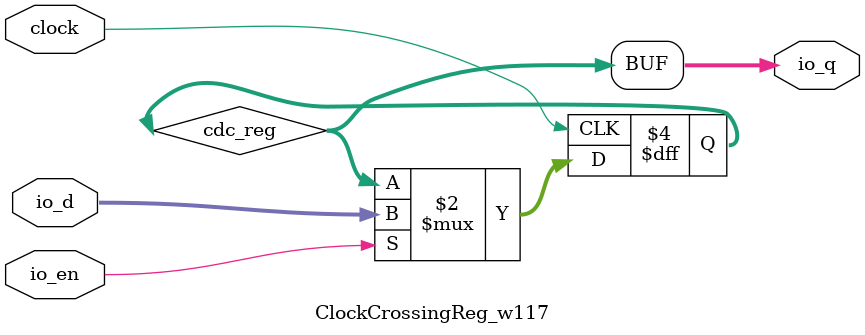
<source format=sv>
`ifndef RANDOMIZE
  `ifdef RANDOMIZE_REG_INIT
    `define RANDOMIZE
  `endif // RANDOMIZE_REG_INIT
`endif // not def RANDOMIZE
`ifndef RANDOMIZE
  `ifdef RANDOMIZE_MEM_INIT
    `define RANDOMIZE
  `endif // RANDOMIZE_MEM_INIT
`endif // not def RANDOMIZE

`ifndef RANDOM
  `define RANDOM $random
`endif // not def RANDOM

// Users can define 'PRINTF_COND' to add an extra gate to prints.
`ifndef PRINTF_COND_
  `ifdef PRINTF_COND
    `define PRINTF_COND_ (`PRINTF_COND)
  `else  // PRINTF_COND
    `define PRINTF_COND_ 1
  `endif // PRINTF_COND
`endif // not def PRINTF_COND_

// Users can define 'ASSERT_VERBOSE_COND' to add an extra gate to assert error printing.
`ifndef ASSERT_VERBOSE_COND_
  `ifdef ASSERT_VERBOSE_COND
    `define ASSERT_VERBOSE_COND_ (`ASSERT_VERBOSE_COND)
  `else  // ASSERT_VERBOSE_COND
    `define ASSERT_VERBOSE_COND_ 1
  `endif // ASSERT_VERBOSE_COND
`endif // not def ASSERT_VERBOSE_COND_

// Users can define 'STOP_COND' to add an extra gate to stop conditions.
`ifndef STOP_COND_
  `ifdef STOP_COND
    `define STOP_COND_ (`STOP_COND)
  `else  // STOP_COND
    `define STOP_COND_ 1
  `endif // STOP_COND
`endif // not def STOP_COND_

// Users can define INIT_RANDOM as general code that gets injected into the
// initializer block for modules with registers.
`ifndef INIT_RANDOM
  `define INIT_RANDOM
`endif // not def INIT_RANDOM

// If using random initialization, you can also define RANDOMIZE_DELAY to
// customize the delay used, otherwise 0.002 is used.
`ifndef RANDOMIZE_DELAY
  `define RANDOMIZE_DELAY 0.002
`endif // not def RANDOMIZE_DELAY

// Define INIT_RANDOM_PROLOG_ for use in our modules below.
`ifndef INIT_RANDOM_PROLOG_
  `ifdef RANDOMIZE
    `ifdef VERILATOR
      `define INIT_RANDOM_PROLOG_ `INIT_RANDOM
    `else  // VERILATOR
      `define INIT_RANDOM_PROLOG_ `INIT_RANDOM #`RANDOMIZE_DELAY begin end
    `endif // VERILATOR
  `else  // RANDOMIZE
    `define INIT_RANDOM_PROLOG_
  `endif // RANDOMIZE
`endif // not def INIT_RANDOM_PROLOG_

module ClockCrossingReg_w117(
  input          clock,
  input  [116:0] io_d,
  input          io_en,
  output [116:0] io_q
);

  reg [116:0] cdc_reg;	// @[Reg.scala:19:16]
  always @(posedge clock) begin
    if (io_en)
      cdc_reg <= io_d;	// @[Reg.scala:19:16]
  end // always @(posedge)
  `ifndef SYNTHESIS
    `ifdef FIRRTL_BEFORE_INITIAL
      `FIRRTL_BEFORE_INITIAL
    `endif // FIRRTL_BEFORE_INITIAL
    logic [31:0] _RANDOM_0;
    logic [31:0] _RANDOM_1;
    logic [31:0] _RANDOM_2;
    logic [31:0] _RANDOM_3;
    initial begin
      `ifdef INIT_RANDOM_PROLOG_
        `INIT_RANDOM_PROLOG_
      `endif // INIT_RANDOM_PROLOG_
      `ifdef RANDOMIZE_REG_INIT
        _RANDOM_0 = `RANDOM;
        _RANDOM_1 = `RANDOM;
        _RANDOM_2 = `RANDOM;
        _RANDOM_3 = `RANDOM;
        cdc_reg = {_RANDOM_0, _RANDOM_1, _RANDOM_2, _RANDOM_3[20:0]};	// @[Reg.scala:19:16]
      `endif // RANDOMIZE_REG_INIT
    end // initial
    `ifdef FIRRTL_AFTER_INITIAL
      `FIRRTL_AFTER_INITIAL
    `endif // FIRRTL_AFTER_INITIAL
  `endif // not def SYNTHESIS
  assign io_q = cdc_reg;	// @[Reg.scala:19:16]
endmodule


</source>
